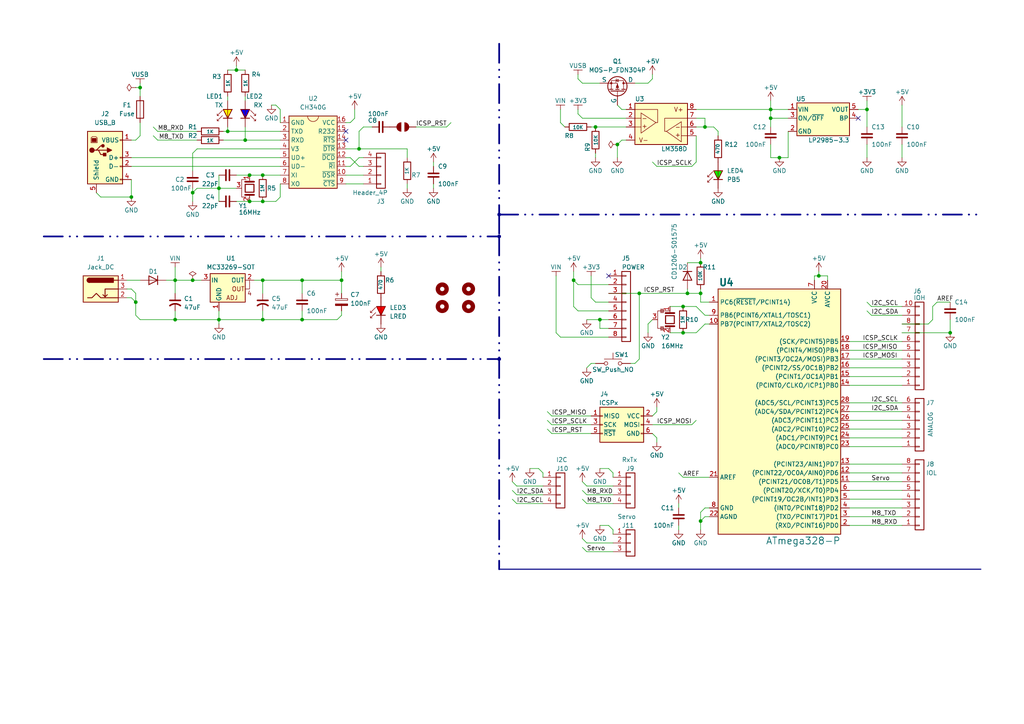
<source format=kicad_sch>
(kicad_sch (version 20230121) (generator eeschema)
  (paper "A4")
  (junction (at 76.2 50.8))
  (junction (at 72.39 50.8))
  (junction (at 68.58 20.32))
  (junction (at 71.12 40.64))
  (junction (at 166.37 81.28))
  (junction (at 251.46 31.75))
  (junction (at 198.12 88.9))
  (junction (at 237.49 80.01))
  (junction (at 144.78 68.58))
  (junction (at 275.59 96.52))
  (junction (at 55.88 81.28))
  (junction (at 66.04 38.1))
  (junction (at 40.64 25.4))
  (junction (at 223.52 31.75))
  (junction (at 50.8 92.71))
  (junction (at 39.37 87.63))
  (junction (at 203.2 151.13))
  (junction (at 87.63 81.28))
  (junction (at 203.2 85.09))
  (junction (at 226.06 45.72))
  (junction (at 185.42 85.09))
  (junction (at 76.2 58.42))
  (junction (at 63.5 92.71))
  (junction (at 50.8 81.28))
  (junction (at 144.78 104.14))
  (junction (at 173.99 92.71))
  (junction (at 76.2 81.28))
  (junction (at 63.5 54.61))
  (junction (at 172.72 36.83))
  (junction (at 199.39 85.09))
  (junction (at 104.14 43.18))
  (junction (at 204.47 36.83))
  (junction (at 203.2 76.2))
  (junction (at 144.78 62.23))
  (junction (at 38.1 57.15))
  (junction (at 223.52 34.29))
  (junction (at 179.07 41.91))
  (junction (at 99.06 81.28))
  (junction (at 198.12 96.52))
  (junction (at 55.88 55.88))
  (junction (at 72.39 58.42))
  (junction (at 76.2 92.71))
  (junction (at 87.63 92.71))
  (no_connect (at 248.92 34.29))
  (no_connect (at 176.53 80.01))
  (no_connect (at 100.33 38.1))
  (no_connect (at 100.33 40.64))
  (wire (pts (xy 87.63 81.28) (xy 99.06 81.28)))
  (wire (pts (xy 100.33 45.72) (xy 101.6 45.72)))
  (wire (pts (xy 125.73 46.99) (xy 125.73 48.26)))
  (wire (pts (xy 246.38 119.38) (xy 261.62 119.38)))
  (wire (pts (xy 50.8 81.28) (xy 55.88 81.28)))
  (wire (pts (xy 204.47 34.29) (xy 204.47 36.83)))
  (wire (pts (xy 158.75 119.38) (xy 160.02 120.65)))
  (wire (pts (xy 176.53 90.17) (xy 167.64 90.17)))
  (wire (pts (xy 205.74 147.32) (xy 204.47 147.32)))
  (wire (pts (xy 168.91 34.29) (xy 181.61 34.29)))
  (wire (pts (xy 168.91 144.78) (xy 170.18 146.05)))
  (wire (pts (xy 68.58 50.8) (xy 72.39 50.8)))
  (wire (pts (xy 189.23 125.73) (xy 190.5 127)))
  (wire (pts (xy 40.64 92.71) (xy 50.8 92.71)))
  (wire (pts (xy 153.67 135.89) (xy 156.21 135.89)))
  (wire (pts (xy 176.53 97.79) (xy 162.56 97.79)))
  (wire (pts (xy 57.15 54.61) (xy 55.88 55.88)))
  (wire (pts (xy 208.28 38.1) (xy 207.01 36.83)))
  (wire (pts (xy 172.72 44.45) (xy 172.72 45.72)))
  (wire (pts (xy 223.52 45.72) (xy 226.06 45.72)))
  (bus (pts (xy 144.78 68.58) (xy 144.78 104.14)) (stroke (width 0.5) (type dash_dot_dot)))
  (wire (pts (xy 246.38 116.84) (xy 261.62 116.84)))
  (wire (pts (xy 100.33 48.26) (xy 101.6 48.26)))
  (wire (pts (xy 246.38 124.46) (xy 261.62 124.46)))
  (wire (pts (xy 38.1 86.36) (xy 39.37 87.63)))
  (wire (pts (xy 167.64 21.59) (xy 167.64 22.86)))
  (wire (pts (xy 157.48 146.05) (xy 149.86 146.05)))
  (wire (pts (xy 167.64 31.75) (xy 167.64 33.02)))
  (wire (pts (xy 177.8 153.67) (xy 177.8 154.94)))
  (wire (pts (xy 237.49 78.74) (xy 237.49 80.01)))
  (wire (pts (xy 27.94 55.88) (xy 29.21 57.15)))
  (wire (pts (xy 45.72 40.64) (xy 44.45 39.37)))
  (wire (pts (xy 252.73 91.44) (xy 261.62 91.44)))
  (wire (pts (xy 87.63 92.71) (xy 97.79 92.71)))
  (wire (pts (xy 208.28 39.37) (xy 208.28 38.1)))
  (wire (pts (xy 39.37 91.44) (xy 39.37 87.63)))
  (wire (pts (xy 81.28 31.75) (xy 81.28 35.56)))
  (wire (pts (xy 190.5 118.11) (xy 190.5 119.38)))
  (wire (pts (xy 261.62 41.91) (xy 261.62 45.72)))
  (wire (pts (xy 76.2 58.42) (xy 80.01 58.42)))
  (wire (pts (xy 190.5 127) (xy 190.5 128.27)))
  (wire (pts (xy 246.38 152.4) (xy 261.62 152.4)))
  (wire (pts (xy 102.87 31.75) (xy 102.87 34.29)))
  (wire (pts (xy 39.37 85.09) (xy 39.37 87.63)))
  (wire (pts (xy 105.41 36.83) (xy 107.95 36.83)))
  (wire (pts (xy 40.64 24.13) (xy 40.64 25.4)))
  (wire (pts (xy 36.83 86.36) (xy 38.1 86.36)))
  (wire (pts (xy 204.47 147.32) (xy 203.2 148.59)))
  (wire (pts (xy 246.38 109.22) (xy 261.62 109.22)))
  (wire (pts (xy 203.2 74.93) (xy 203.2 76.2)))
  (wire (pts (xy 63.5 92.71) (xy 76.2 92.71)))
  (wire (pts (xy 180.34 40.64) (xy 181.61 40.64)))
  (wire (pts (xy 168.91 24.13) (xy 173.99 24.13)))
  (wire (pts (xy 203.2 85.09) (xy 203.2 87.63)))
  (wire (pts (xy 81.28 43.18) (xy 57.15 43.18)))
  (wire (pts (xy 251.46 41.91) (xy 251.46 45.72)))
  (wire (pts (xy 185.42 85.09) (xy 185.42 104.14)))
  (wire (pts (xy 246.38 142.24) (xy 261.62 142.24)))
  (wire (pts (xy 104.14 48.26) (xy 105.41 48.26)))
  (wire (pts (xy 170.18 92.71) (xy 173.99 92.71)))
  (wire (pts (xy 189.23 22.86) (xy 187.96 24.13)))
  (wire (pts (xy 168.91 139.7) (xy 170.18 140.97)))
  (wire (pts (xy 246.38 149.86) (xy 261.62 149.86)))
  (wire (pts (xy 201.93 39.37) (xy 201.93 46.99)))
  (bus (pts (xy 12.7 104.14) (xy 144.78 104.14)) (stroke (width 0.5) (type dash_dot_dot)))
  (wire (pts (xy 104.14 45.72) (xy 101.6 48.26)))
  (wire (pts (xy 172.72 105.41) (xy 171.45 105.41)))
  (wire (pts (xy 173.99 92.71) (xy 173.99 95.25)))
  (wire (pts (xy 246.38 134.62) (xy 261.62 134.62)))
  (wire (pts (xy 246.38 101.6) (xy 261.62 101.6)))
  (wire (pts (xy 204.47 149.86) (xy 203.2 151.13)))
  (wire (pts (xy 99.06 78.74) (xy 99.06 81.28)))
  (wire (pts (xy 80.01 30.48) (xy 81.28 31.75)))
  (wire (pts (xy 99.06 90.17) (xy 99.06 91.44)))
  (wire (pts (xy 129.54 36.83) (xy 130.81 35.56)))
  (wire (pts (xy 38.1 83.82) (xy 39.37 85.09)))
  (wire (pts (xy 55.88 81.28) (xy 58.42 81.28)))
  (wire (pts (xy 251.46 87.63) (xy 252.73 88.9)))
  (wire (pts (xy 204.47 91.44) (xy 201.93 88.9)))
  (wire (pts (xy 168.91 34.29) (xy 167.64 33.02)))
  (bus (pts (xy 12.7 68.58) (xy 144.78 68.58)) (stroke (width 0.5) (type dash_dot_dot)))
  (wire (pts (xy 168.91 158.75) (xy 170.18 160.02)))
  (wire (pts (xy 179.07 41.91) (xy 179.07 45.72)))
  (wire (pts (xy 194.31 88.9) (xy 198.12 88.9)))
  (wire (pts (xy 55.88 58.42) (xy 55.88 55.88)))
  (bus (pts (xy 144.78 165.1) (xy 284.48 165.1)))
  (wire (pts (xy 97.79 92.71) (xy 99.06 91.44)))
  (wire (pts (xy 105.41 45.72) (xy 104.14 45.72)))
  (wire (pts (xy 118.11 53.34) (xy 118.11 54.61)))
  (wire (pts (xy 161.29 80.01) (xy 161.29 96.52)))
  (wire (pts (xy 223.52 34.29) (xy 223.52 36.83)))
  (wire (pts (xy 251.46 29.21) (xy 251.46 31.75)))
  (wire (pts (xy 50.8 90.17) (xy 50.8 92.71)))
  (wire (pts (xy 120.65 36.83) (xy 129.54 36.83)))
  (wire (pts (xy 176.53 152.4) (xy 177.8 153.67)))
  (wire (pts (xy 63.5 54.61) (xy 68.58 54.61)))
  (wire (pts (xy 205.74 91.44) (xy 204.47 91.44)))
  (wire (pts (xy 201.93 36.83) (xy 204.47 36.83)))
  (bus (pts (xy 144.78 62.23) (xy 144.78 68.58)) (stroke (width 0.5) (type dash_dot_dot)))
  (wire (pts (xy 104.14 38.1) (xy 104.14 43.18)))
  (wire (pts (xy 168.91 156.21) (xy 170.18 157.48)))
  (wire (pts (xy 189.23 123.19) (xy 200.66 123.19)))
  (wire (pts (xy 203.2 153.67) (xy 203.2 151.13)))
  (wire (pts (xy 38.1 40.64) (xy 39.37 40.64)))
  (wire (pts (xy 63.5 54.61) (xy 63.5 58.42)))
  (wire (pts (xy 76.2 85.09) (xy 76.2 81.28)))
  (wire (pts (xy 271.78 87.63) (xy 275.59 87.63)))
  (wire (pts (xy 173.99 95.25) (xy 176.53 95.25)))
  (wire (pts (xy 149.86 140.97) (xy 157.48 140.97)))
  (wire (pts (xy 201.93 31.75) (xy 223.52 31.75)))
  (wire (pts (xy 261.62 96.52) (xy 275.59 96.52)))
  (wire (pts (xy 167.64 90.17) (xy 166.37 88.9)))
  (wire (pts (xy 63.5 93.98) (xy 63.5 92.71)))
  (wire (pts (xy 203.2 83.82) (xy 203.2 85.09)))
  (wire (pts (xy 246.38 104.14) (xy 261.62 104.14)))
  (wire (pts (xy 76.2 81.28) (xy 73.66 81.28)))
  (wire (pts (xy 40.64 25.4) (xy 40.64 27.94)))
  (wire (pts (xy 177.8 137.16) (xy 177.8 138.43)))
  (wire (pts (xy 184.15 24.13) (xy 187.96 24.13)))
  (wire (pts (xy 63.5 90.17) (xy 63.5 92.71)))
  (wire (pts (xy 66.04 36.83) (xy 66.04 38.1)))
  (wire (pts (xy 172.72 36.83) (xy 181.61 36.83)))
  (wire (pts (xy 189.23 21.59) (xy 189.23 22.86)))
  (wire (pts (xy 148.59 144.78) (xy 149.86 146.05)))
  (wire (pts (xy 171.45 105.41) (xy 170.18 106.68)))
  (wire (pts (xy 223.52 29.21) (xy 223.52 31.75)))
  (wire (pts (xy 100.33 53.34) (xy 105.41 53.34)))
  (wire (pts (xy 81.28 53.34) (xy 81.28 57.15)))
  (wire (pts (xy 252.73 88.9) (xy 261.62 88.9)))
  (wire (pts (xy 110.49 77.47) (xy 110.49 78.74)))
  (wire (pts (xy 275.59 92.71) (xy 275.59 96.52)))
  (wire (pts (xy 200.66 123.19) (xy 201.93 121.92)))
  (wire (pts (xy 167.64 82.55) (xy 166.37 81.28)))
  (wire (pts (xy 162.56 97.79) (xy 161.29 96.52)))
  (wire (pts (xy 196.85 146.05) (xy 196.85 147.32)))
  (wire (pts (xy 251.46 31.75) (xy 251.46 36.83)))
  (wire (pts (xy 55.88 44.45) (xy 55.88 49.53)))
  (wire (pts (xy 261.62 93.98) (xy 269.24 93.98)))
  (wire (pts (xy 223.52 31.75) (xy 228.6 31.75)))
  (wire (pts (xy 160.02 125.73) (xy 171.45 125.73)))
  (wire (pts (xy 76.2 90.17) (xy 76.2 92.71)))
  (wire (pts (xy 246.38 147.32) (xy 261.62 147.32)))
  (wire (pts (xy 204.47 36.83) (xy 207.01 36.83)))
  (wire (pts (xy 102.87 34.29) (xy 101.6 35.56)))
  (wire (pts (xy 87.63 81.28) (xy 87.63 85.09)))
  (wire (pts (xy 176.53 87.63) (xy 172.72 87.63)))
  (wire (pts (xy 29.21 57.15) (xy 38.1 57.15)))
  (bus (pts (xy 144.78 62.23) (xy 284.48 62.23)) (stroke (width 0.5) (type dash_dot_dot)))
  (wire (pts (xy 66.04 38.1) (xy 81.28 38.1)))
  (wire (pts (xy 199.39 76.2) (xy 203.2 76.2)))
  (wire (pts (xy 76.2 92.71) (xy 87.63 92.71)))
  (wire (pts (xy 246.38 137.16) (xy 261.62 137.16)))
  (wire (pts (xy 158.75 121.92) (xy 160.02 123.19)))
  (wire (pts (xy 248.92 31.75) (xy 251.46 31.75)))
  (wire (pts (xy 199.39 85.09) (xy 203.2 85.09)))
  (wire (pts (xy 269.24 93.98) (xy 270.51 92.71)))
  (wire (pts (xy 68.58 58.42) (xy 72.39 58.42)))
  (wire (pts (xy 105.41 36.83) (xy 104.14 38.1)))
  (wire (pts (xy 64.77 38.1) (xy 66.04 38.1)))
  (wire (pts (xy 237.49 80.01) (xy 240.03 80.01)))
  (wire (pts (xy 180.34 40.64) (xy 179.07 41.91)))
  (wire (pts (xy 38.1 48.26) (xy 81.28 48.26)))
  (wire (pts (xy 39.37 25.4) (xy 40.64 25.4)))
  (wire (pts (xy 240.03 80.01) (xy 240.03 81.28)))
  (wire (pts (xy 198.12 96.52) (xy 201.93 96.52)))
  (wire (pts (xy 198.12 88.9) (xy 201.93 88.9)))
  (wire (pts (xy 246.38 111.76) (xy 261.62 111.76)))
  (wire (pts (xy 170.18 140.97) (xy 177.8 140.97)))
  (wire (pts (xy 246.38 139.7) (xy 261.62 139.7)))
  (wire (pts (xy 71.12 29.21) (xy 71.12 27.94)))
  (wire (pts (xy 168.91 24.13) (xy 167.64 22.86)))
  (wire (pts (xy 246.38 127) (xy 261.62 127)))
  (wire (pts (xy 168.91 142.24) (xy 170.18 143.51)))
  (wire (pts (xy 63.5 50.8) (xy 63.5 54.61)))
  (wire (pts (xy 246.38 144.78) (xy 261.62 144.78)))
  (wire (pts (xy 204.47 93.98) (xy 201.93 96.52)))
  (wire (pts (xy 246.38 99.06) (xy 261.62 99.06)))
  (wire (pts (xy 246.38 129.54) (xy 261.62 129.54)))
  (wire (pts (xy 68.58 20.32) (xy 71.12 20.32)))
  (wire (pts (xy 87.63 90.17) (xy 87.63 92.71)))
  (wire (pts (xy 203.2 87.63) (xy 205.74 87.63)))
  (wire (pts (xy 148.59 139.7) (xy 149.86 140.97)))
  (bus (pts (xy 144.78 104.14) (xy 144.78 165.1)) (stroke (width 0.5) (type dash_dot_dot)))
  (wire (pts (xy 50.8 92.71) (xy 63.5 92.71)))
  (wire (pts (xy 100.33 35.56) (xy 101.6 35.56)))
  (wire (pts (xy 68.58 19.05) (xy 68.58 20.32)))
  (wire (pts (xy 261.62 30.48) (xy 261.62 36.83)))
  (wire (pts (xy 160.02 120.65) (xy 171.45 120.65)))
  (wire (pts (xy 204.47 93.98) (xy 205.74 93.98)))
  (wire (pts (xy 81.28 57.15) (xy 80.01 58.42)))
  (wire (pts (xy 200.66 48.26) (xy 190.5 48.26)))
  (wire (pts (xy 201.93 46.99) (xy 200.66 48.26)))
  (wire (pts (xy 64.77 40.64) (xy 71.12 40.64)))
  (wire (pts (xy 45.72 40.64) (xy 57.15 40.64)))
  (wire (pts (xy 48.26 81.28) (xy 50.8 81.28)))
  (wire (pts (xy 187.96 93.98) (xy 187.96 96.52)))
  (wire (pts (xy 36.83 81.28) (xy 40.64 81.28)))
  (wire (pts (xy 173.99 135.89) (xy 176.53 135.89)))
  (wire (pts (xy 125.73 53.34) (xy 125.73 54.61)))
  (wire (pts (xy 170.18 157.48) (xy 177.8 157.48)))
  (wire (pts (xy 40.64 35.56) (xy 40.64 39.37)))
  (wire (pts (xy 171.45 80.01) (xy 171.45 86.36)))
  (wire (pts (xy 199.39 83.82) (xy 199.39 85.09)))
  (wire (pts (xy 236.22 80.01) (xy 237.49 80.01)))
  (wire (pts (xy 156.21 135.89) (xy 157.48 137.16)))
  (wire (pts (xy 101.6 45.72) (xy 104.14 48.26)))
  (wire (pts (xy 180.34 31.75) (xy 181.61 31.75)))
  (wire (pts (xy 205.74 138.43) (xy 198.12 138.43)))
  (wire (pts (xy 223.52 31.75) (xy 223.52 34.29)))
  (wire (pts (xy 157.48 143.51) (xy 149.86 143.51)))
  (wire (pts (xy 40.64 39.37) (xy 39.37 40.64)))
  (wire (pts (xy 177.8 146.05) (xy 170.18 146.05)))
  (wire (pts (xy 201.93 34.29) (xy 204.47 34.29)))
  (wire (pts (xy 71.12 40.64) (xy 81.28 40.64)))
  (wire (pts (xy 57.15 43.18) (xy 55.88 44.45)))
  (wire (pts (xy 176.53 82.55) (xy 167.64 82.55)))
  (wire (pts (xy 100.33 50.8) (xy 105.41 50.8)))
  (wire (pts (xy 173.99 152.4) (xy 176.53 152.4)))
  (wire (pts (xy 203.2 148.59) (xy 203.2 151.13)))
  (wire (pts (xy 177.8 143.51) (xy 170.18 143.51)))
  (wire (pts (xy 76.2 81.28) (xy 87.63 81.28)))
  (wire (pts (xy 246.38 106.68) (xy 261.62 106.68)))
  (wire (pts (xy 45.72 38.1) (xy 44.45 36.83)))
  (wire (pts (xy 104.14 43.18) (xy 118.11 43.18)))
  (wire (pts (xy 72.39 50.8) (xy 76.2 50.8)))
  (wire (pts (xy 162.56 31.75) (xy 162.56 35.56)))
  (wire (pts (xy 226.06 45.72) (xy 228.6 45.72)))
  (wire (pts (xy 189.23 92.71) (xy 187.96 93.98)))
  (wire (pts (xy 66.04 29.21) (xy 66.04 27.94)))
  (wire (pts (xy 166.37 81.28) (xy 166.37 88.9)))
  (wire (pts (xy 38.1 52.07) (xy 38.1 57.15)))
  (wire (pts (xy 72.39 58.42) (xy 76.2 58.42)))
  (wire (pts (xy 176.53 135.89) (xy 177.8 137.16)))
  (wire (pts (xy 162.56 35.56) (xy 163.83 36.83)))
  (wire (pts (xy 99.06 85.09) (xy 99.06 81.28)))
  (wire (pts (xy 270.51 88.9) (xy 271.78 87.63)))
  (wire (pts (xy 148.59 142.24) (xy 149.86 143.51)))
  (wire (pts (xy 172.72 87.63) (xy 171.45 86.36)))
  (wire (pts (xy 184.15 105.41) (xy 185.42 104.14)))
  (wire (pts (xy 78.74 30.48) (xy 80.01 30.48)))
  (wire (pts (xy 182.88 105.41) (xy 184.15 105.41)))
  (wire (pts (xy 194.31 96.52) (xy 198.12 96.52)))
  (wire (pts (xy 177.8 160.02) (xy 170.18 160.02)))
  (wire (pts (xy 196.85 137.16) (xy 198.12 138.43)))
  (wire (pts (xy 81.28 45.72) (xy 38.1 45.72)))
  (wire (pts (xy 205.74 149.86) (xy 204.47 149.86)))
  (wire (pts (xy 157.48 137.16) (xy 157.48 138.43)))
  (wire (pts (xy 55.88 54.61) (xy 55.88 55.88)))
  (wire (pts (xy 189.23 120.65) (xy 190.5 119.38)))
  (wire (pts (xy 36.83 83.82) (xy 38.1 83.82)))
  (wire (pts (xy 76.2 50.8) (xy 81.28 50.8)))
  (wire (pts (xy 223.52 41.91) (xy 223.52 45.72)))
  (wire (pts (xy 57.15 54.61) (xy 63.5 54.61)))
  (bus (pts (xy 144.78 12.7) (xy 144.78 62.23)) (stroke (width 0.5) (type dash_dot_dot)))
  (wire (pts (xy 71.12 36.83) (xy 71.12 40.64)))
  (wire (pts (xy 236.22 80.01) (xy 236.22 81.28)))
  (wire (pts (xy 50.8 77.47) (xy 50.8 81.28)))
  (wire (pts (xy 66.04 20.32) (xy 68.58 20.32)))
  (wire (pts (xy 270.51 92.71) (xy 270.51 88.9)))
  (wire (pts (xy 166.37 78.74) (xy 166.37 81.28)))
  (wire (pts (xy 246.38 121.92) (xy 261.62 121.92)))
  (wire (pts (xy 160.02 123.19) (xy 171.45 123.19)))
  (wire (pts (xy 251.46 90.17) (xy 252.73 91.44)))
  (wire (pts (xy 45.72 38.1) (xy 57.15 38.1)))
  (wire (pts (xy 223.52 34.29) (xy 228.6 34.29)))
  (wire (pts (xy 185.42 85.09) (xy 199.39 85.09)))
  (wire (pts (xy 158.75 124.46) (xy 160.02 125.73)))
  (wire (pts (xy 196.85 152.4) (xy 196.85 153.67)))
  (wire (pts (xy 171.45 36.83) (xy 172.72 36.83)))
  (wire (pts (xy 228.6 38.1) (xy 228.6 45.72)))
  (wire (pts (xy 189.23 46.99) (xy 190.5 48.26)))
  (wire (pts (xy 50.8 81.28) (xy 50.8 85.09)))
  (wire (pts (xy 176.53 85.09) (xy 185.42 85.09)))
  (wire (pts (xy 100.33 43.18) (xy 104.14 43.18)))
  (wire (pts (xy 173.99 92.71) (xy 176.53 92.71)))
  (wire (pts (xy 179.07 30.48) (xy 180.34 31.75)))
  (wire (pts (xy 39.37 91.44) (xy 40.64 92.71)))
  (wire (pts (xy 118.11 43.18) (xy 118.11 45.72)))
  (label "I2C_SCL" (at 149.86 146.05 0))
  (label "M8_TXD" (at 252.73 149.86 0))
  (label "I2C_SDA" (at 252.73 119.38 0))
  (label "Servo" (at 170.18 160.02 0))
  (label "ICSP_MISO" (at 250.19 101.6 0))
  (label "ICSP_RST" (at 186.69 85.09 0))
  (label "ICSP_SCLK" (at 160.02 123.19 0))
  (label "I2C_SDA" (at 252.73 91.44 0))
  (label "AREF" (at 198.12 138.43 0))
  (label "ICSP_RST" (at 120.65 36.83 0))
  (label "I2C_SDA" (at 149.86 143.51 0))
  (label "M8_RXD" (at 252.73 152.4 0))
  (label "ICSP_RST" (at 160.02 125.73 0))
  (label "ICSP_SCLK" (at 250.19 99.06 0))
  (label "I2C_SCL" (at 252.73 88.9 0))
  (label "M8_TXD" (at 170.18 146.05 0))
  (label "ICSP_MISO" (at 160.02 120.65 0))
  (label "ICSP_MOSI" (at 250.19 104.14 0))
  (label "ICSP_MOSI" (at 190.5 123.19 0))
  (label "M8_TXD" (at 53.34 40.64 180))
  (label "M8_RXD" (at 53.34 38.1 180))
  (label "Servo" (at 252.73 139.7 0))
  (label "ICSP_SCLK" (at 190.5 48.26 0))
  (label "I2C_SCL" (at 252.73 116.84 0))
  (label "AREF" (at 271.78 87.63 0))
  (label "M8_RXD" (at 170.18 143.51 0))
  (symbol (lib_id "01pyzGeneral:GND") (at 118.11 54.61 0) (unit 1)
    (property "Reference" "#PWR012" (effects hide))
    (property "Value" "GND" (at 118.11 58.42 0))
  )
  (symbol (lib_id "02pyzPassive:R") (at 76.2 54.61 270) (unit 1)
    (property "Reference" "R5" (at 78.74 54.61 90))
    (property "Value" "1M" (at 76.1 54.61 0) (effects (font (size 1 1))))
    (property "Footprint" "02pyzPassive:R_0805_HandSolder" (effects hide))
  )
  (symbol (lib_id "04pyzConnector:Header_6P") (at 266.7 123.19 0) (mirror x) (unit 1)
    (property "Reference" "J7" (at 268.605 116.84 0) (effects (justify left)))
    (property "Value" "ANALOG" (at 269.875 119.38 90) (effects (justify left)))
    (property "Footprint" "04pyzConnector:PinSocket_1x06_P2.54mm_Vertical" (effects hide))
  )
  (symbol (lib_id "01pyzGeneral:GND") (at 261.62 45.72 0) (unit 1)
    (property "Reference" "#PWR021" (effects hide))
    (property "Value" "GND" (at 261.62 49.53 0))
  )
  (symbol (lib_id "02pyzPassive:R") (at 66.04 24.13 90) (unit 1)
    (property "Reference" "R3" (at 62.865 22.225 90))
    (property "Value" "1K" (at 66.14 24.13 0) (effects (font (size 1 1))))
    (property "Footprint" "02pyzPassive:R_0805_HandSolder" (effects hide))
  )
  (symbol (lib_id "02pyzPassive:C_Polar") (at 50.8 87.63 0) (unit 1)
    (property "Reference" "C1" (at 53.34 86.614 0) (effects (justify left)))
    (property "Value" "47uF" (at 53.34 89.154 0) (effects (justify left)))
    (property "Footprint" "02pyzPassive:C_Radial_D4.0mm_H5.0mm_P1.50mm" (effects hide))
  )
  (symbol (lib_id "01pyzGeneral:+5V") (at 223.52 29.21 0) (unit 1)
    (property "Reference" "#PWR037" (effects hide))
    (property "Value" "+5V" (at 223.52 25.4 0))
  )
  (symbol (lib_id "01pyzGeneral:+5V") (at 168.91 139.7 0) (unit 1)
    (property "Reference" "#PWR044" (effects hide))
    (property "Value" "+5V" (at 168.91 135.89 0))
  )
  (symbol (lib_id "01pyzGeneral:+3V3") (at 171.45 80.01 0) (unit 1)
    (property "Reference" "#PWR019" (effects hide))
    (property "Value" "+3V3" (at 171.45 77.47 0))
  )
  (symbol (lib_id "01pyzGeneral:PWR_FLAG") (at 179.07 41.91 90) (unit 1)
    (property "Reference" "#FLG03" (effects hide))
    (property "Value" "PWR_FLAG" (effects hide))
  )
  (symbol (lib_id "04pyzConnector:Header_4P") (at 162.56 142.24 0) (unit 1)
    (property "Reference" "J10" (at 161.29 135.89 0) (effects (justify left)))
    (property "Value" "I2C" (at 161.29 133.35 0) (effects (justify left)))
    (property "Footprint" "04pyzConnector:PinHeader_1x04_P2.54mm_Vertical" (effects hide))
  )
  (symbol (lib_id "03pyzActive:LBLUE") (at 71.12 33.02 270) (mirror x) (unit 1)
    (property "Reference" "LED2" (at 76.2 27.94 90) (effects (justify right)))
    (property "Value" "RX" (at 76.2 30.48 90) (effects (justify right)))
    (property "Footprint" "03pyzActive:LED_D3.0mm" (effects hide))
  )
  (symbol (lib_id "02pyzPassive:Crystal_GND") (at 72.39 54.61 270) (unit 1)
    (property "Reference" "Y1" (at 69.215 59.69 90) (effects (justify left)))
    (property "Value" "16MHz" (at 69.215 61.595 90) (effects (justify left)))
    (property "Footprint" "02pyzPassive:Crystal_HC49-4H_Vertical_GND" (effects hide))
  )
  (symbol (lib_id "02pyzPassive:R") (at 167.64 36.83 0) (unit 1)
    (property "Reference" "R8" (at 165.1 39.37 0))
    (property "Value" "10K" (at 167.64 36.93 0) (effects (font (size 1 1))))
    (property "Footprint" "02pyzPassive:R_0805_HandSolder" (effects hide))
  )
  (symbol (lib_id "01pyzGeneral:+5V") (at 99.06 78.74 0) (unit 1)
    (property "Reference" "#PWR08" (effects hide))
    (property "Value" "+5V" (at 99.06 74.93 0))
  )
  (symbol (lib_id "04pyzConnector:Header_4P") (at 182.88 142.24 0) (unit 1)
    (property "Reference" "J9" (at 181.61 135.89 0) (effects (justify left)))
    (property "Value" "RxTx" (at 180.34 133.35 0) (effects (justify left)))
    (property "Footprint" "04pyzConnector:PinHeader_1x04_P2.54mm_Vertical" (effects hide))
  )
  (symbol (lib_id "01pyzGeneral:GND") (at 172.72 45.72 0) (unit 1)
    (property "Reference" "#PWR025" (effects hide))
    (property "Value" "GND" (at 172.72 49.53 0))
  )
  (symbol (lib_id "01pyzGeneral:GND") (at 173.99 135.89 0) (unit 1)
    (property "Reference" "#PWR045" (effects hide))
    (property "Value" "GND" (at 173.99 139.7 0))
  )
  (symbol (lib_id "04pyzConnector:AVR-ISP-6") (at 180.34 123.19 0) (unit 1)
    (property "Reference" "J4" (at 175.26 114.3 0))
    (property "Value" "ICSPx" (at 176.53 116.84 0))
    (property "Footprint" "04pyzConnector:PinHeader_2x03_P2.54mm_Vertical" (effects hide))
    (property "Datasheet" " ~" (effects hide))
  )
  (symbol (lib_id "01pyzGeneral:+5V") (at 196.85 146.05 0) (unit 1)
    (property "Reference" "#PWR030" (effects hide))
    (property "Value" "+5V" (at 196.85 142.24 0))
  )
  (symbol (lib_id "01pyzGeneral:MountingHole") (at 128.27 88.9 0) (unit 1)
    (property "Reference" "H2" (effects hide))
    (property "Value" "MountingHole" (effects hide))
    (property "Footprint" "01pyzGeneral:MountingHole_3.2mm_M3" (effects hide))
  )
  (symbol (lib_id "02pyzPassive:C") (at 110.49 36.83 270) (unit 1)
    (property "Reference" "C8" (at 106.68 34.925 90) (effects (justify left)))
    (property "Value" "100nF" (at 106.68 33.02 90) (effects (justify left)))
    (property "Footprint" "02pyzPassive:C_0805_HandSolder" (effects hide))
  )
  (symbol (lib_id "04pyzConnector:Jack_DC") (at 29.21 83.82 0) (unit 1)
    (property "Reference" "J1" (at 29.21 74.93 0))
    (property "Value" "Jack_DC" (at 29.21 77.47 0))
    (property "Footprint" "04pyzConnector:JackDC_Input_3.5mm" (effects hide))
  )
  (symbol (lib_id "02pyzPassive:R") (at 118.11 49.53 270) (mirror x) (unit 1)
    (property "Reference" "R7" (at 120.65 50.8 90))
    (property "Value" "1K" (at 118.01 49.53 0) (effects (font (size 1 1))))
    (property "Footprint" "02pyzPassive:R_0805_HandSolder" (effects hide))
  )
  (symbol (lib_id "01pyzGeneral:GND") (at 38.1 57.15 0) (unit 1)
    (property "Reference" "#PWR01" (effects hide))
    (property "Value" "GND" (at 38.1 60.96 0))
  )
  (symbol (lib_id "04pyzConnector:Header_8P") (at 266.7 143.51 0) (mirror x) (unit 1)
    (property "Reference" "J8" (at 268.605 134.62 0) (effects (justify left)))
    (property "Value" "IOL" (at 268.605 137.16 0) (effects (justify left)))
    (property "Footprint" "04pyzConnector:PinSocket_1x08_P2.54mm_Vertical" (effects hide))
  )
  (symbol (lib_id "02pyzPassive:R") (at 172.72 40.64 90) (unit 1)
    (property "Reference" "R9" (at 170.434 42.672 0))
    (property "Value" "10K" (at 172.82 40.64 0) (effects (font (size 1 1))))
    (property "Footprint" "02pyzPassive:R_0805_HandSolder" (effects hide))
  )
  (symbol (lib_id "01pyzGeneral:GND") (at 187.96 96.52 0) (unit 1)
    (property "Reference" "#PWR026" (effects hide))
    (property "Value" "GND" (at 187.96 100.33 0))
  )
  (symbol (lib_id "01pyzGeneral:+5V") (at 190.5 118.11 0) (unit 1)
    (property "Reference" "#PWR027" (effects hide))
    (property "Value" "+5V" (at 190.5 114.3 0))
  )
  (symbol (lib_id "02pyzPassive:R") (at 203.2 80.01 270) (unit 1)
    (property "Reference" "R11" (at 205.74 77.47 90))
    (property "Value" "10K" (at 203.1 80.01 0) (effects (font (size 1 1))))
    (property "Footprint" "02pyzPassive:R_0805_HandSolder" (effects hide))
  )
  (symbol (lib_id "02pyzPassive:C") (at 87.63 87.63 0) (unit 1)
    (property "Reference" "C6" (at 88.9 85.09 0) (effects (justify left)))
    (property "Value" "100nF" (at 88.9 90.17 0) (effects (justify left)))
    (property "Footprint" "02pyzPassive:C_0805_HandSolder" (effects hide))
  )
  (symbol (lib_id "02pyzPassive:Fuse") (at 40.64 31.75 90) (unit 1)
    (property "Reference" "F1" (at 36.83 30.48 90))
    (property "Value" "Fuse" (at 36.83 33.02 90))
    (property "Footprint" "02pyzPassive:C_1206_HandSolder" (effects hide))
  )
  (symbol (lib_id "01pyzGeneral:GND") (at 196.85 153.67 0) (unit 1)
    (property "Reference" "#PWR031" (effects hide))
    (property "Value" "GND" (at 196.85 157.48 0))
  )
  (symbol (lib_id "01pyzGeneral:GND") (at 170.18 106.68 0) (unit 1)
    (property "Reference" "#PWR018" (effects hide))
    (property "Value" "GND" (at 170.18 110.49 0))
  )
  (symbol (lib_id "02pyzPassive:C") (at 66.04 50.8 90) (unit 1)
    (property "Reference" "C3" (at 60.96 50.8 90))
    (property "Value" "22pF" (at 60.96 53.34 90))
    (property "Footprint" "02pyzPassive:C_0805_HandSolder" (effects hide))
  )
  (symbol (lib_id "01pyzGeneral:VIN") (at 161.29 80.01 0) (unit 1)
    (property "Reference" "#PWR015" (effects hide))
    (property "Value" "VIN" (at 161.29 77.47 0))
  )
  (symbol (lib_id "03pyzActive:LYELLOW") (at 66.04 33.02 90) (unit 1)
    (property "Reference" "LED1" (at 62.23 27.94 90))
    (property "Value" "TX" (at 63.5 30.48 90))
    (property "Footprint" "03pyzActive:LED_D3.0mm" (effects hide))
  )
  (symbol (lib_id "02pyzPassive:R") (at 60.96 40.64 0) (mirror y) (unit 1)
    (property "Reference" "R2" (at 55.88 39.37 0))
    (property "Value" "1K" (at 60.96 40.74 0) (effects (font (size 1 1))))
    (property "Footprint" "02pyzPassive:R_0805_HandSolder" (effects hide))
  )
  (symbol (lib_id "01pyzGeneral:MountingHole") (at 135.89 83.82 0) (unit 1)
    (property "Reference" "H3" (effects hide))
    (property "Value" "MountingHole" (effects hide))
    (property "Footprint" "01pyzGeneral:MountingHole_3.2mm_M3" (effects hide))
  )
  (symbol (lib_id "01pyzGeneral:MountingHole") (at 135.89 88.9 0) (unit 1)
    (property "Reference" "H4" (effects hide))
    (property "Value" "MountingHole" (effects hide))
    (property "Footprint" "01pyzGeneral:MountingHole_3.2mm_M3" (effects hide))
  )
  (symbol (lib_id "01pyzGeneral:+5V") (at 237.49 78.74 0) (unit 1)
    (property "Reference" "#PWR036" (effects hide))
    (property "Value" "+5V" (at 237.49 74.93 0))
  )
  (symbol (lib_id "01pyzGeneral:GND") (at 125.73 54.61 0) (unit 1)
    (property "Reference" "#PWR014" (effects hide))
    (property "Value" "GND" (at 125.73 58.42 0))
  )
  (symbol (lib_id "02pyzPassive:R") (at 71.12 24.13 90) (unit 1)
    (property "Reference" "R4" (at 74.295 21.59 90))
    (property "Value" "1K" (at 71.22 24.13 0) (effects (font (size 1 1))))
    (property "Footprint" "02pyzPassive:R_0805_HandSolder" (effects hide))
  )
  (symbol (lib_id "02pyzPassive:C") (at 125.73 50.8 0) (unit 1)
    (property "Reference" "C9" (at 127 48.26 0) (effects (justify left)))
    (property "Value" "100nF" (at 127 53.34 0) (effects (justify left)))
    (property "Footprint" "02pyzPassive:C_0805_HandSolder" (effects hide))
  )
  (symbol (lib_id "04pyzConnector:Header_8P") (at 181.61 88.9 0) (unit 1)
    (property "Reference" "J5" (at 180.34 74.93 0) (effects (justify left)))
    (property "Value" "POWER" (at 180.34 77.47 0) (effects (justify left)))
    (property "Footprint" "04pyzConnector:PinSocket_1x08_P2.54mm_Vertical" (effects hide))
  )
  (symbol (lib_id "04pyzConnector:Header_10P") (at 266.7 102.87 0) (mirror x) (unit 1)
    (property "Reference" "J6" (at 266.065 84.455 0))
    (property "Value" "IOH" (at 266.7 86.36 0))
    (property "Footprint" "04pyzConnector:PinSocket_1x10_P2.54mm_Vertical" (effects hide))
  )
  (symbol (lib_id "04pyzConnector:Header_3P") (at 182.88 157.48 0) (unit 1)
    (property "Reference" "J11" (at 180.34 152.4 0) (effects (justify left)))
    (property "Value" "Servo" (at 179.07 149.86 0) (effects (justify left)))
    (property "Footprint" "04pyzConnector:PinHeader_1x03_P2.54mm_Vertical" (effects hide))
  )
  (symbol (lib_id "01pyzGeneral:PWR_FLAG") (at 39.37 25.4 90) (unit 1)
    (property "Reference" "#FLG01" (effects hide))
    (property "Value" "PWR_FLAG" (effects hide))
  )
  (symbol (lib_id "01pyzGeneral:+5V") (at 148.59 139.7 0) (unit 1)
    (property "Reference" "#PWR042" (effects hide))
    (property "Value" "+5V" (at 148.59 135.89 0))
  )
  (symbol (lib_id "01pyzGeneral:+5V") (at 189.23 21.59 0) (unit 1)
    (property "Reference" "#PWR034" (effects hide))
    (property "Value" "+5V" (at 189.23 17.78 0))
  )
  (symbol (lib_id "07pyzIC_MCU:MC33269-SOT") (at 66.04 81.28 0) (unit 1)
    (property "Reference" "U1" (at 66.9496 74.93 0))
    (property "Value" "MC33269-SOT" (at 66.9496 77.47 0))
    (property "Footprint" "07pyzIC_MCU:SOT-223" (effects hide))
    (property "Datasheet" "https://pdf.datasheetcatalog.com/datasheet/motorola/MC33269D-5.0.pdf" (effects hide))
  )
  (symbol (lib_id "04pyzConnector:Header_4P") (at 110.49 49.53 0) (mirror x) (unit 1)
    (property "Reference" "J3" (at 109.22 58.42 0) (effects (justify left)))
    (property "Value" "Header_4P" (at 102.235 55.88 0) (effects (justify left)))
    (property "Footprint" "04pyzConnector:PinHeader_1x04_P2.54mm_Vertical" (effects hide))
  )
  (symbol (lib_id "01pyzGeneral:+3V3") (at 251.46 29.21 0) (unit 1)
    (property "Reference" "#PWR039" (effects hide))
    (property "Value" "+3V3" (at 251.46 26.67 0))
  )
  (symbol (lib_id "01pyzGeneral:GND") (at 203.2 153.67 0) (unit 1)
    (property "Reference" "#PWR033" (effects hide))
    (property "Value" "GND" (at 203.2 157.48 0))
  )
  (symbol (lib_id "01pyzGeneral:+5V") (at 261.62 30.48 0) (unit 1)
    (property "Reference" "#PWR020" (effects hide))
    (property "Value" "+5V" (at 261.62 26.67 0))
  )
  (symbol (lib_id "01pyzGeneral:PWR_FLAG") (at 55.88 81.28 0) (unit 1)
    (property "Reference" "#FLG02" (effects hide))
    (property "Value" "PWR_FLAG" (effects hide))
  )
  (symbol (lib_id "07pyzIC_MCU:LM358D") (at 191.77 35.56 0) (unit 1)
    (property "Reference" "U3" (at 184.15 28.702 0) (effects (justify left)))
    (property "Value" "LM358D" (at 195.58 43.18 0))
    (property "Footprint" "07pyzIC_MCU:SOIC-8_3.9x4.9mm_P1.27mm" (effects hide))
    (property "Datasheet" "https://www.ti.com/lit/ds/symlink/lm358.pdf" (effects hide))
  )
  (symbol (lib_id "02pyzPassive:C") (at 66.04 58.42 90) (unit 1)
    (property "Reference" "C4" (at 60.96 57.15 90))
    (property "Value" "22pF" (at 60.96 59.69 90))
    (property "Footprint" "02pyzPassive:C_0805_HandSolder" (effects hide))
  )
  (symbol (lib_id "01pyzGeneral:+5V") (at 166.37 78.74 0) (unit 1)
    (property "Reference" "#PWR016" (effects hide))
    (property "Value" "+5V" (at 166.37 74.93 0))
  )
  (symbol (lib_id "02pyzPassive:C") (at 196.85 149.86 0) (mirror y) (unit 1)
    (property "Reference" "C11" (at 195.58 147.32 0) (effects (justify left)))
    (property "Value" "100nF" (at 195.58 152.4 0) (effects (justify left)))
    (property "Footprint" "02pyzPassive:C_0805_HandSolder" (effects hide))
  )
  (symbol (lib_id "01pyzGeneral:+5V") (at 102.87 31.75 0) (unit 1)
    (property "Reference" "#PWR09" (effects hide))
    (property "Value" "+5V" (at 102.87 27.94 0))
  )
  (symbol (lib_id "02pyzPassive:C") (at 223.52 39.37 0) (mirror y) (unit 1)
    (property "Reference" "C12" (at 222.25 36.83 0) (effects (justify left)))
    (property "Value" "100nF" (at 222.25 41.91 0) (effects (justify left)))
    (property "Footprint" "02pyzPassive:C_0805_HandSolder" (effects hide))
  )
  (symbol (lib_id "04pyzConnector:USB_B") (at 30.48 45.72 0) (unit 1)
    (property "Reference" "J2" (at 30.48 33.02 0))
    (property "Value" "USB_B" (at 30.48 35.56 0))
    (property "Footprint" "04pyzConnector:USB_B_Lumberg_2411_02_Horizontal" (effects hide))
    (property "Datasheet" " ~" (effects hide))
  )
  (symbol (lib_id "01pyzGeneral:GND") (at 153.67 135.89 0) (unit 1)
    (property "Reference" "#PWR043" (effects hide))
    (property "Value" "GND" (at 153.67 139.7 0))
  )
  (symbol (lib_id "01pyzGeneral:GND") (at 226.06 45.72 0) (unit 1)
    (property "Reference" "#PWR038" (effects hide))
    (property "Value" "GND" (at 226.06 49.53 0))
  )
  (symbol (lib_id "01pyzGeneral:+5V") (at 168.91 156.21 0) (unit 1)
    (property "Reference" "#PWR047" (effects hide))
    (property "Value" "+5V" (at 168.91 152.4 0))
  )
  (symbol (lib_id "03pyzActive:MOS-P_FDN304P") (at 179.07 26.67 270) (mirror x) (unit 1)
    (property "Reference" "Q1" (at 179.07 17.78 90))
    (property "Value" "MOS-P_FDN304P" (at 179.07 20.32 90))
    (property "Footprint" "03pyzActive:SOT-23" (effects hide))
    (property "Datasheet" "https://ngspice.sourceforge.io/docs/ngspice-manual.pdf" (effects hide))
    (property "Sim.Device" "PMOS" (effects hide))
    (property "Sim.Type" "VDMOS" (effects hide))
    (property "Sim.Pins" "1=D 2=G 3=S" (effects hide))
  )
  (symbol (lib_id "07pyzIC_MCU:CH340G") (at 90.805 44.45 0) (unit 1)
    (property "Reference" "U2" (at 90.805 28.575 0))
    (property "Value" "CH340G" (at 90.805 31.115 0))
    (property "Footprint" "07pyzIC_MCU:SOIC-16_3.9x9.9mm_P1.27mm" (effects hide))
    (property "Datasheet" "http://www.datasheet5.com/pdf-local-2195953" (effects hide))
  )
  (symbol (lib_id "01pyzGeneral:GND") (at 63.5 93.98 0) (unit 1)
    (property "Reference" "#PWR05" (effects hide))
    (property "Value" "GND" (at 63.5 97.79 0))
  )
  (symbol (lib_id "01pyzGeneral:MountingHole") (at 128.27 83.82 0) (unit 1)
    (property "Reference" "H1" (effects hide))
    (property "Value" "MountingHole" (effects hide))
    (property "Footprint" "01pyzGeneral:MountingHole_3.2mm_M3" (effects hide))
  )
  (symbol (lib_id "02pyzPassive:C") (at 55.88 52.07 0) (unit 1)
    (property "Reference" "C2" (at 50.8 52.07 0) (effects (justify left)))
    (property "Value" "100nF" (at 49.53 54.61 0) (effects (justify left)))
    (property "Footprint" "02pyzPassive:C_0805_HandSolder" (effects hide))
  )
  (symbol (lib_id "01pyzGeneral:+5V") (at 203.2 74.93 0) (unit 1)
    (property "Reference" "#PWR032" (effects hide))
    (property "Value" "+5V" (at 203.2 71.12 0))
  )
  (symbol (lib_id "02pyzPassive:R") (at 208.28 43.18 270) (unit 1)
    (property "Reference" "R12" (at 212.09 41.91 90))
    (property "Value" "470" (at 208.18 43.18 0) (effects (font (size 1 1))))
    (property "Footprint" "02pyzPassive:R_0805_HandSolder" (effects hide))
  )
  (symbol (lib_id "01pyzGeneral:GND") (at 78.74 30.48 0) (unit 1)
    (property "Reference" "#PWR07" (effects hide))
    (property "Value" "GND" (at 78.74 34.29 0))
  )
  (symbol (lib_id "02pyzPassive:Crystal_C_GND") (at 194.31 92.71 270) (unit 1)
    (property "Reference" "Y2" (at 191.77 97.79 90) (effects (justify left)))
    (property "Value" "16MHz" (at 191.77 100.33 90) (effects (justify left)))
    (property "Footprint" "02pyzPassive:Resonator_SMD_Murata_CSTxExxV-3Pin_3.0x1.1mm_HandSoldering" (effects hide))
  )
  (symbol (lib_id "02pyzPassive:C_Polar") (at 76.2 87.63 0) (unit 1)
    (property "Reference" "C5" (at 78.74 86.614 0) (effects (justify left)))
    (property "Value" "47uF" (at 78.74 89.154 0) (effects (justify left)))
    (property "Footprint" "02pyzPassive:C_Radial_D4.0mm_H5.0mm_P1.50mm" (effects hide))
  )
  (symbol (lib_id "02pyzPassive:C_Tant") (at 99.06 87.63 0) (unit 1)
    (property "Reference" "C7" (at 101.6 85.471 0) (effects (justify left)))
    (property "Value" "100nF" (at 101.6 88.011 0) (effects (justify left)))
    (property "Footprint" "02pyzPassive:CP_EIA-3216-10_Kemet-I" (effects hide))
  )
  (symbol (lib_id "01pyzGeneral:+3V3") (at 167.64 31.75 0) (unit 1)
    (property "Reference" "#PWR024" (effects hide))
    (property "Value" "+3V3" (at 167.64 29.21 0))
  )
  (symbol (lib_id "02pyzPassive:C") (at 261.62 39.37 0) (unit 1)
    (property "Reference" "C10" (at 262.89 36.83 0) (effects (justify left)))
    (property "Value" "100nF" (at 262.89 41.91 0) (effects (justify left)))
    (property "Footprint" "02pyzPassive:C_0805_HandSolder" (effects hide))
  )
  (symbol (lib_id "07pyzIC_MCU:ATmega328-P") (at 226.06 119.38 0) (unit 1)
    (property "Reference" "U4" (at 208.28 81.915 0) (effects (font (size 2 2) bold) (justify left)))
    (property "Value" "ATmega328-P" (at 243.84 156.845 0) (effects (font (size 2 2)) (justify right)))
    (property "Footprint" "Package_DIP:DIP-28_W7.62mm" (effects hide))
    (property "Datasheet" "http://ww1.microchip.com/downloads/en/DeviceDoc/ATmega328_P%20AVR%20MCU%20with%20picoPower%20Technology%20Data%20Sheet%2040001984A.pdf" (effects hide))
  )
  (symbol (lib_id "01pyzGeneral:GND") (at 251.46 45.72 0) (unit 1)
    (property "Reference" "#PWR040" (effects hide))
    (property "Value" "GND" (at 251.46 49.53 0))
  )
  (symbol (lib_id "01pyzGeneral:VIN") (at 162.56 31.75 0) (unit 1)
    (property "Reference" "#PWR022" (effects hide))
    (property "Value" "VIN" (at 162.56 29.21 0))
  )
  (symbol (lib_id "01pyzGeneral:VIN") (at 50.8 77.47 0) (unit 1)
    (property "Reference" "#PWR03" (effects hide))
    (property "Value" "VIN" (at 50.8 74.93 0))
  )
  (symbol (lib_id "06pyzSwitchRelay:SW_Push_NO") (at 177.8 105.41 0) (unit 1)
    (property "Reference" "SW1" (at 178.308 102.87 0) (effects (justify left)))
    (property "Value" "SW_Push_NO" (at 177.8 107.188 0))
    (property "Footprint" "06pyzSwitchRelay:SW_SPST_CK_RS282G05A3" (effects hide))
  )
  (symbol (lib_id "01pyzGeneral:+5V") (at 125.73 46.99 0) (unit 1)
    (property "Reference" "#PWR013" (effects hide))
    (property "Value" "+5V" (at 125.73 43.18 0))
  )
  (symbol (lib_id "01pyzGeneral:VUSB") (at 167.64 21.59 0) (unit 1)
    (property "Reference" "#PWR023" (effects hide))
    (property "Value" "VUSB" (at 167.64 19.05 0))
  )
  (symbol (lib_id "01pyzGeneral:GND") (at 275.59 96.52 0) (unit 1)
    (property "Reference" "#PWR041" (effects hide))
    (property "Value" "GND" (at 275.59 100.33 0))
  )
  (symbol (lib_id "01pyzGeneral:SolderJumper") (at 116.84 36.83 180) (unit 1)
    (property "Reference" "SOL1" (effects hide))
    (property "Value" "RESET_EN" (effects hide))
    (property "Footprint" "01pyzGeneral:SolderJumper-2_P1.3mm_Open_RoundedPad1.0x1.5mm" (effects hide))
  )
  (symbol (lib_id "02pyzPassive:R") (at 60.96 38.1 0) (mirror y) (unit 1)
    (property "Reference" "R1" (at 55.88 36.83 0))
    (property "Value" "1K" (at 60.96 38.2 0) (effects (font (size 1 1))))
    (property "Footprint" "02pyzPassive:R_0805_HandSolder" (effects hide))
  )
  (symbol (lib_id "03pyzActive:LRED") (at 110.49 90.17 90) (unit 1)
    (property "Reference" "LED3" (at 113.03 89.2175 90) (effects (justify right)))
    (property "Value" "LRED" (at 113.03 91.7575 90) (effects (justify right)))
    (property "Footprint" "03pyzActive:D_0805_HandSolder" (effects hide))
  )
  (symbol (lib_id "01pyzGeneral:GND") (at 190.5 128.27 0) (unit 1)
    (property "Reference" "#PWR028" (effects hide))
    (property "Value" "GND" (at 190.5 132.08 0))
  )
  (symbol (lib_id "01pyzGeneral:VUSB") (at 40.64 24.13 0) (unit 1)
    (property "Reference" "#PWR02" (effects hide))
    (property "Value" "VUSB" (at 40.64 21.59 0))
  )
  (symbol (lib_id "01pyzGeneral:GND") (at 110.49 93.98 0) (unit 1)
    (property "Reference" "#PWR011" (effects hide))
    (property "Value" "GND" (at 110.49 97.79 0))
  )
  (symbol (lib_id "03pyzActive:LGREEN") (at 208.28 50.8 90) (unit 1)
    (property "Reference" "LED4" (at 210.82 49.53 90) (effects (justify right)))
    (property "Value" "PB5" (at 210.82 52.07 90) (effects (justify right)))
    (property "Footprint" "03pyzActive:LED_D3.0mm" (effects hide))
  )
  (symbol (lib_id "01pyzGeneral:GND") (at 173.99 152.4 0) (unit 1)
    (property "Reference" "#PWR046" (effects hide))
    (property "Value" "GND" (at 173.99 156.21 0))
  )
  (symbol (lib_id "01pyzGeneral:GND") (at 208.28 54.61 0) (unit 1)
    (property "Reference" "#PWR035" (effects hide))
    (property "Value" "GND" (at 208.28 58.42 0))
  )
  (symbol (lib_id "01pyzGeneral:GND") (at 55.88 58.42 0) (unit 1)
    (property "Reference" "#PWR04" (effects hide))
    (property "Value" "GND" (at 55.88 62.23 0))
  )
  (symbol (lib_id "02pyzPassive:C") (at 275.59 90.17 0) (unit 1)
    (property "Reference" "C14" (at 276.86 87.63 0) (effects (justify left)))
    (property "Value" "100nF" (at 276.86 92.71 0) (effects (justify left)))
    (property "Footprint" "02pyzPassive:C_0805_HandSolder" (effects hide))
  )
  (symbol (lib_id "03pyzActive:D") (at 44.45 81.28 180) (unit 1)
    (property "Reference" "D1" (at 44.45 78.74 0))
    (property "Value" "D" (effects hide))
    (property "Footprint" "03pyzActive:D_SMA" (effects hide))
    (property "Sim.Device" "D" (effects hide))
    (property "Sim.Pins" "1=K 2=A" (effects hide))
  )
  (symbol (lib_id "01pyzGeneral:GND") (at 179.07 45.72 0) (unit 1)
    (property "Reference" "#PWR029" (effects hide))
    (property "Value" "GND" (at 179.07 49.53 0))
  )
  (symbol (lib_id "02pyzPassive:C") (at 251.46 39.37 0) (unit 1)
    (property "Reference" "C13" (at 252.73 36.83 0) (effects (justify left)))
    (property "Value" "100nF" (at 252.73 41.91 0) (effects (justify left)))
    (property "Footprint" "02pyzPassive:C_0805_HandSolder" (effects hide))
  )
  (symbol (lib_id "07pyzIC_MCU:LP2985-3.3") (at 238.76 34.29 0) (unit 1)
    (property "Reference" "U5" (at 230.886 28.702 0) (effects (justify left)))
    (property "Value" "LP2985-3.3" (at 246.38 40.64 0) (effects (justify right)))
    (property "Footprint" "Package_TO_SOT_SMD:SOT-23-5" (effects hide))
    (property "Datasheet" "http://www.ti.com/lit/ds/symlink/lp2985.pdf" (effects hide))
  )
  (symbol (lib_id "01pyzGeneral:+5V") (at 68.58 19.05 0) (unit 1)
    (property "Reference" "#PWR06" (effects hide))
    (property "Value" "+5V" (at 68.58 15.24 0))
  )
  (symbol (lib_id "02pyzPassive:R") (at 198.12 92.71 270) (unit 1)
    (property "Reference" "R10" (at 200.66 92.71 90))
    (property "Value" "1M" (at 198.02 92.71 0) (effects (font (size 1 1))))
    (property "Footprint" "02pyzPassive:R_0805_HandSolder" (effects hide))
  )
  (symbol (lib_id "02pyzPassive:R") (at 110.49 82.55 270) (unit 1)
    (property "Reference" "R6" (at 113.03 81.28 90))
    (property "Value" "470" (at 110.39 82.55 0) (effects (font (size 1 1))))
    (property "Footprint" "02pyzPassive:R_0805_HandSolder" (effects hide))
  )
  (symbol (lib_id "03pyzActive:D") (at 199.39 80.01 90) (mirror x) (unit 1)
    (property "Reference" "D2" (at 199.39 77.47 90) (effects (justify left)))
    (property "Value" "CD1206-S01575" (at 195.58 64.77 0) (effects (justify left)))
    (property "Footprint" "03pyzActive:D_1206_HandSolder" (effects hide))
    (property "Sim.Device" "D" (effects hide))
    (property "Sim.Pins" "1=K 2=A" (effects hide))
  )
  (symbol (lib_id "01pyzGeneral:+5V") (at 110.49 77.47 0) (unit 1)
    (property "Reference" "#PWR010" (effects hide))
    (property "Value" "+5V" (at 110.49 73.66 0))
  )
  (symbol (lib_id "01pyzGeneral:GND") (at 170.18 92.71 0) (unit 1)
    (property "Reference" "#PWR017" (effects hide))
    (property "Value" "GND" (at 170.18 96.52 0))
  )
)
</source>
